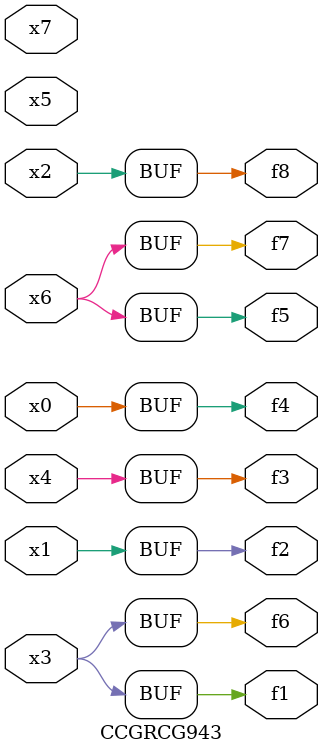
<source format=v>
module CCGRCG943(
	input x0, x1, x2, x3, x4, x5, x6, x7,
	output f1, f2, f3, f4, f5, f6, f7, f8
);
	assign f1 = x3;
	assign f2 = x1;
	assign f3 = x4;
	assign f4 = x0;
	assign f5 = x6;
	assign f6 = x3;
	assign f7 = x6;
	assign f8 = x2;
endmodule

</source>
